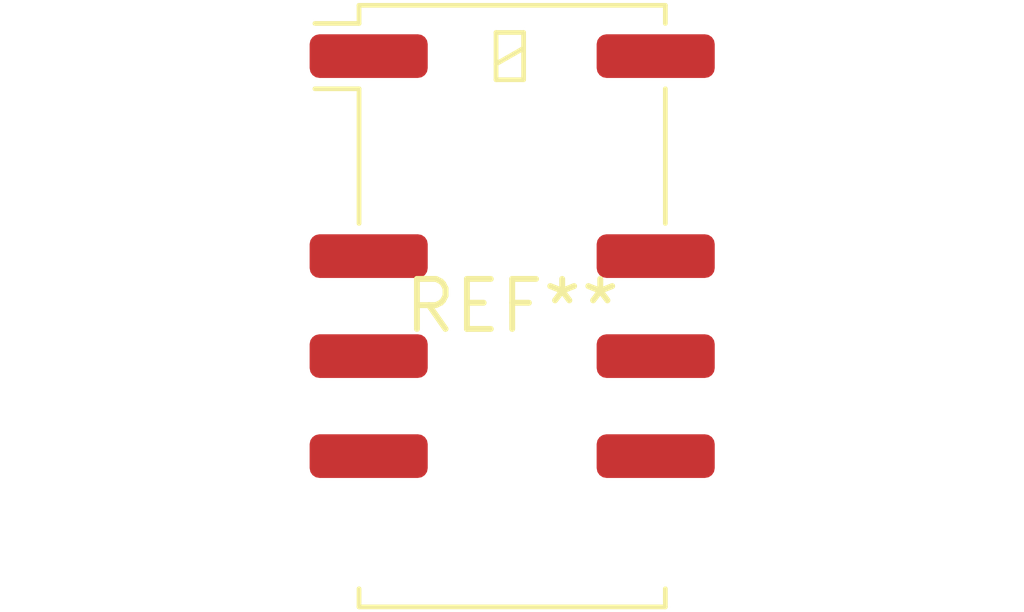
<source format=kicad_pcb>
(kicad_pcb (version 20240108) (generator pcbnew)
  (layers (0 "F.Cu" signal) (31 "B.Cu" signal) (34 "B.Paste" user) (35 "F.Paste" user) (36 "B.SilkS" user "B.Silkscreen") (37 "F.SilkS" user "F.Silkscreen") (38 "B.Mask" user) (39 "F.Mask" user) (44 "Edge.Cuts" user))
  (net 0 "")
  (footprint "Relay_DPDT_Kemet_EE2_NU" (layer "F.Cu") (at 0 0)
    (property "Reference" "REF**")
    (property "Value" "Relay_DPDT_Kemet_EE2_NU")
    (fp_line (start -3.89 -7.64) (end -3.89 -7.18) (layer "F.SilkS") (stroke (width 0.12)))
    (fp_line (start -3.89 -7.18) (end -5.01 -7.18) (layer "F.SilkS") (stroke (width 0.12)))
    (fp_line (start -3.89 -5.52) (end -5.01 -5.52) (layer "F.SilkS") (stroke (width 0.12)))
    (fp_line (start -3.89 -5.52) (end -3.89 -2.1) (layer "F.SilkS") (stroke (width 0.12)))
    (fp_line (start -3.89 7.18) (end -3.89 7.64) (layer "F.SilkS") (stroke (width 0.12)))
    (fp_line (start -0.41 -6.95) (end -0.41 -5.75) (layer "F.SilkS") (stroke (width 0.12)))
    (fp_line (start -0.41 -6.15) (end 0.29 -6.55) (layer "F.SilkS") (stroke (width 0.12)))
    (fp_line (start -0.41 -5.75) (end 0.29 -5.75) (layer "F.SilkS") (stroke (width 0.12)))
    (fp_line (start 0.29 -6.95) (end -0.41 -6.95) (layer "F.SilkS") (stroke (width 0.12)))
    (fp_line (start 0.29 -5.75) (end 0.29 -6.95) (layer "F.SilkS") (stroke (width 0.12)))
    (fp_line (start 3.89 -7.64) (end -3.89 -7.64) (layer "F.SilkS") (stroke (width 0.12)))
    (fp_line (start 3.89 -7.64) (end 3.89 -7.18) (layer "F.SilkS") (stroke (width 0.12)))
    (fp_line (start 3.89 -5.52) (end 3.89 -2.1) (layer "F.SilkS") (stroke (width 0.12)))
    (fp_line (start 3.89 7.18) (end 3.89 7.64) (layer "F.SilkS") (stroke (width 0.12)))
    (fp_line (start 3.89 7.64) (end -3.89 7.64) (layer "F.SilkS") (stroke (width 0.12)))
    (pad "1" smd roundrect (at -3.645 -6.35 270) (size 1.11 3) (layers "F.Cu" "F.Paste" "F.Mask") (roundrect_rratio 0.225))
    (pad "3" smd roundrect (at -3.645 -1.27 270) (size 1.11 3) (layers "F.Cu" "F.Paste" "F.Mask") (roundrect_rratio 0.225))
    (pad "4" smd roundrect (at -3.645 1.27 270) (size 1.11 3) (layers "F.Cu" "F.Paste" "F.Mask") (roundrect_rratio 0.225))
    (pad "5" smd roundrect (at -3.645 3.81 270) (size 1.11 3) (layers "F.Cu" "F.Paste" "F.Mask") (roundrect_rratio 0.225))
    (pad "8" smd roundrect (at 3.645 3.81 270) (size 1.11 3) (layers "F.Cu" "F.Paste" "F.Mask") (roundrect_rratio 0.225))
    (pad "9" smd roundrect (at 3.645 1.27 270) (size 1.11 3) (layers "F.Cu" "F.Paste" "F.Mask") (roundrect_rratio 0.225))
    (pad "10" smd roundrect (at 3.645 -1.27 270) (size 1.11 3) (layers "F.Cu" "F.Paste" "F.Mask") (roundrect_rratio 0.225))
    (pad "12" smd roundrect (at 3.645 -6.35 270) (size 1.11 3) (layers "F.Cu" "F.Paste" "F.Mask") (roundrect_rratio 0.225))
  )
)
</source>
